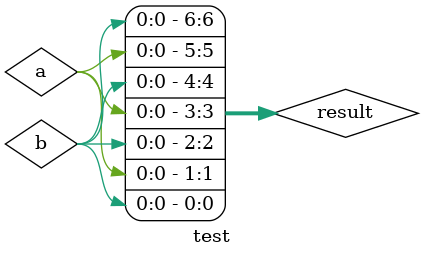
<source format=v>
/*
 * Copyright 2018 ISP RAS (http://www.ispras.ru)
 *
 * Licensed under the Apache License, Version 2.0 (the "License");
 * you may not use this file except in compliance with the License.
 * You may obtain a copy of the License at
 *
 *     http://www.apache.org/licenses/LICENSE-2.0
 *
 * Unless required by applicable law or agreed to in writing, software
 * distributed under the License is distributed on an "AS IS" BASIS,
 * WITHOUT WARRANTIES OR CONDITIONS OF ANY KIND, either express or implied.
 * See the License for the specific language governing permissions and
 * limitations under the License.
 */

// IEEE Std 1364-2005
//   5. Expressions
//    5.1 Operators
//      5.1.14 Concatenations
//        Example 2

module test;

  reg a;
  reg b;
  reg w;
  reg [6:0] result;

  initial begin
    // This example replicates w four times.
    result[3:0] = {4{w}};    // This yields the same value as {w, w, w, w}

`ifdef NEGATIVE_TEST
    // The following examples show illegal replications:
    result = {1'bz{1'b0}};   // illegal
    result = {1'bx{1'b0}};   // illegal
`endif

    // The next example illustrates a replication nested within a concatenation:
    result = {b, {3{a, b}}}; // This yields the same value as
                             // {b, a, b, a, b, a, b}
  end
endmodule

</source>
